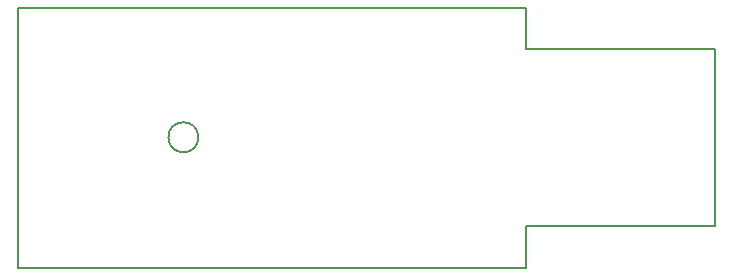
<source format=gbr>
%FSLAX34Y34*%
%MOMM*%
%LNOUTLINE*%
G71*
G01*
%ADD10C, 0.15*%
%LPD*%
G54D10*
G75*
G01X152400Y60325D02*
G03X152400Y60325I-12700J0D01*
G01*
G54D10*
X0Y-50000D02*
X0Y170000D01*
X430000Y170000D01*
X430000Y135000D01*
X590000Y135000D01*
X590000Y-15000D01*
X430000Y-15000D01*
X430000Y-50000D01*
X0Y-50000D01*
M02*

</source>
